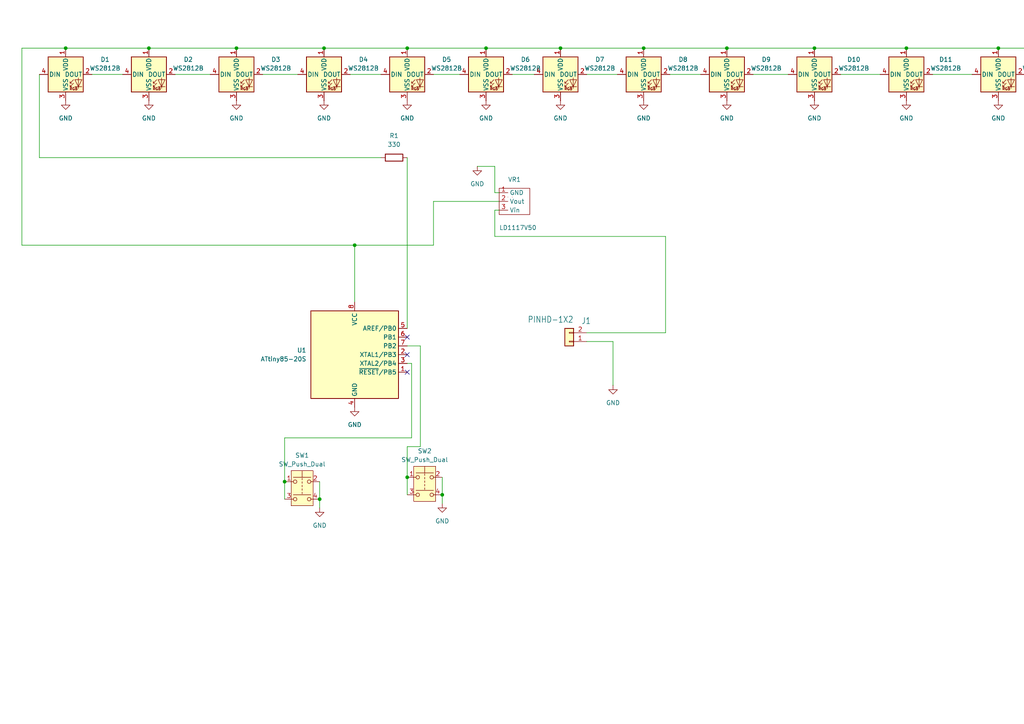
<source format=kicad_sch>
(kicad_sch (version 20231120) (generator "eeschema") (generator_version "8.0")
  (paper "A4")
  (lib_symbols
    (symbol "Connector_Generic:Conn_01x02" (pin_names (offset 1.016) hide)
      (property "Reference" "J" (at 0 2.54 0))
      (property "Value" "Conn_01x02" (at 0 -5.08 0))
      (symbol "Conn_01x02_1_1"
        (rectangle (start -1.27 -2.413) (end 0 -2.667) (stroke (width 0.1524)))
        (rectangle (start -1.27 0.127) (end 0 -0.127) (stroke (width 0.1524)))
        (rectangle (start -1.27 1.27) (end 1.27 -3.81) (stroke (width 0.254)) (fill (type background)))
        (pin passive line (at -5.08 0 0) (length 3.81) (name "Pin_1") (number "1"))
        (pin passive line (at -5.08 -2.54 0) (length 3.81) (name "Pin_2") (number "2"))
      )
    )
    (symbol "Device:R" (pin_numbers hide) (pin_names (offset 0))
      (property "Reference" "R" (at 2.032 0 90))
      (property "Value" "R" (at 0 0 90))
      (symbol "R_0_1"
        (rectangle (start -1.016 -2.54) (end 1.016 2.54) (stroke (width 0.254)))
      )
      (symbol "R_1_1"
        (pin passive line (at 0 3.81 270) (length 1.27) (name "~") (number "1"))
        (pin passive line (at 0 -3.81 90) (length 1.27) (name "~") (number "2"))
      )
    )
    (symbol "Hommemade:LD1117V50"
      (property "Reference" "VR" (at 0 -6.35 0))
      (property "Value" "LD1117V50" (at 0 7.62 0))
      (symbol "LD1117V50_0_1"
        (rectangle (start -3.81 5.08) (end 5.08 -2.54))
        (rectangle (start -1.27 2.54) (end -1.27 2.54))
        (rectangle (start 0 2.54) (end 0 2.54))
      )
      (symbol "LD1117V50_1_1"
        (pin input line (at -3.81 3.81 0) (length 2.54) (name "GND") (number "1"))
        (pin input line (at -3.81 1.27 0) (length 2.54) (name "Vout") (number "2"))
        (pin input line (at -3.81 -1.27 0) (length 2.54) (name "Vin") (number "3"))
      )
    )
    (symbol "LED:WS2812B" (pin_names (offset 0.254))
      (property "Reference" "D" (at 5.08 5.715 0))
      (property "Value" "WS2812B" (at 1.27 -5.715 0))
      (symbol "WS2812B_0_0"
        (text "RGB" (at 2.286 -4.191 0) (effects (font (size 0.762 0.762))))
      )
      (symbol "WS2812B_0_1"
        (polyline (pts (xy 1.27 -3.556) (xy 1.778 -3.556)))
        (polyline (pts (xy 1.27 -2.54) (xy 1.778 -2.54)))
        (polyline (pts (xy 4.699 -3.556) (xy 2.667 -3.556)))
        (polyline (pts (xy 2.286 -2.54) (xy 1.27 -3.556) (xy 1.27 -3.048)))
        (polyline (pts (xy 2.286 -1.524) (xy 1.27 -2.54) (xy 1.27 -2.032)))
        (polyline (pts (xy 3.683 -1.016) (xy 3.683 -3.556) (xy 3.683 -4.064)))
        (polyline (pts (xy 4.699 -1.524) (xy 2.667 -1.524) (xy 3.683 -3.556) (xy 4.699 -1.524)))
        (rectangle (start 5.08 5.08) (end -5.08 -5.08) (stroke (width 0.254)) (fill (type background)))
      )
      (symbol "WS2812B_1_1"
        (pin power_in line (at 0 7.62 270) (length 2.54) (name "VDD") (number "1"))
        (pin output line (at 7.62 0 180) (length 2.54) (name "DOUT") (number "2"))
        (pin power_in line (at 0 -7.62 90) (length 2.54) (name "VSS") (number "3"))
        (pin input line (at -7.62 0 0) (length 2.54) (name "DIN") (number "4"))
      )
    )
    (symbol "MCU_Microchip_ATtiny:ATtiny85-20S"
      (property "Reference" "U" (at -12.7 13.97 0))
      (property "Value" "ATtiny85-20S" (at 2.54 -13.97 0))
      (symbol "ATtiny85-20S_0_1"
        (rectangle (start -12.7 -12.7) (end 12.7 12.7) (stroke (width 0.254)) (fill (type background)))
      )
      (symbol "ATtiny85-20S_1_1"
        (pin bidirectional line (at 15.24 -5.08 180) (length 2.54) (name "~{RESET}/PB5") (number "1"))
        (pin bidirectional line (at 15.24 0 180) (length 2.54) (name "XTAL1/PB3") (number "2"))
        (pin bidirectional line (at 15.24 -2.54 180) (length 2.54) (name "XTAL2/PB4") (number "3"))
        (pin power_in line (at 0 -15.24 90) (length 2.54) (name "GND") (number "4"))
        (pin bidirectional line (at 15.24 7.62 180) (length 2.54) (name "AREF/PB0") (number "5"))
        (pin bidirectional line (at 15.24 5.08 180) (length 2.54) (name "PB1") (number "6"))
        (pin bidirectional line (at 15.24 2.54 180) (length 2.54) (name "PB2") (number "7"))
        (pin power_in line (at 0 15.24 270) (length 2.54) (name "VCC") (number "8"))
      )
    )
    (symbol "Switch:SW_Push_Dual" (pin_names (offset 1.016) hide)
      (property "Reference" "SW" (at 0 7.62 0))
      (property "Value" "SW_Push_Dual" (at 0 -6.35 0))
      (symbol "SW_Push_Dual_0_1"
        (circle (center -2.032 -2.54) (radius 0.508))
        (circle (center -2.032 2.54) (radius 0.508))
        (polyline (pts (xy 0 -0.508) (xy 0 -1.016)))
        (polyline (pts (xy 0 0.508) (xy 0 0)))
        (polyline (pts (xy 0 1.016) (xy 0 1.524)))
        (polyline (pts (xy 0 2.032) (xy 0 2.54)))
        (polyline (pts (xy 0 3.048) (xy 0 3.556)))
        (polyline (pts (xy 0 3.81) (xy 0 5.588)))
        (polyline (pts (xy 2.54 -1.27) (xy -2.54 -1.27)))
        (polyline (pts (xy 2.54 3.81) (xy -2.54 3.81)))
        (circle (center 2.032 -2.54) (radius 0.508))
        (circle (center 2.032 2.54) (radius 0.508))
        (pin passive line (at -5.08 2.54 0) (length 2.54) (name "1") (number "1"))
        (pin passive line (at 5.08 2.54 180) (length 2.54) (name "2") (number "2"))
        (pin passive line (at -5.08 -2.54 0) (length 2.54) (name "3") (number "3"))
        (pin passive line (at 5.08 -2.54 180) (length 2.54) (name "4") (number "4"))
      )
      (symbol "SW_Push_Dual_1_1"
        (rectangle (start -3.175 5.715) (end 3.175 -4.445) (fill (type background)))
      )
    )
    (symbol "power:GND" (power) (pin_numbers hide) (pin_names (offset 0) hide)
      (property "Value" "GND" (at 0 -3.81 0))
      (symbol "GND_0_1"
        (polyline (pts (xy 0 0) (xy 0 -1.27) (xy 1.27 -1.27) (xy 0 -2.54) (xy -1.27 -1.27) (xy 0 -1.27)))
      )
      (symbol "GND_1_1"
        (pin power_in line (at 0 0 270) (length 0) (name "~") (number "1"))
      )
    )
  )
  (junction (at 186.69 13.97))
  (junction (at 92.71 144.78))
  (junction (at 118.11 138.43))
  (junction (at 162.56 13.97))
  (junction (at 314.96 13.97))
  (junction (at 340.36 13.97))
  (junction (at 93.98 13.97))
  (junction (at 128.27 143.51))
  (junction (at 210.82 13.97))
  (junction (at 262.89 13.97))
  (junction (at 19.05 13.97))
  (junction (at 118.11 13.97))
  (junction (at 364.49 13.97))
  (junction (at 140.97 13.97))
  (junction (at 43.18 13.97))
  (junction (at 82.55 139.7))
  (junction (at 68.58 13.97))
  (junction (at 102.87 71.12))
  (junction (at 289.56 13.97))
  (junction (at 236.22 13.97))
  (no_connect (at 118.11 107.95))
  (no_connect (at 118.11 97.79))
  (no_connect (at 118.11 102.87))
  (no_connect (at 394.97 21.59))
  (wire (pts (xy 118.11 129.54) (xy 121.92 129.54)))
  (wire (pts (xy 170.18 96.52) (xy 193.04 96.52)))
  (wire (pts (xy 43.18 13.97) (xy 68.58 13.97)))
  (wire (pts (xy 92.71 144.78) (xy 92.71 147.32)))
  (wire (pts (xy 50.8 21.59) (xy 60.96 21.59)))
  (wire (pts (xy 138.43 48.26) (xy 143.51 48.26)))
  (wire (pts (xy 6.35 13.97) (xy 19.05 13.97)))
  (wire (pts (xy 125.73 21.59) (xy 133.35 21.59)))
  (wire (pts (xy 270.51 21.59) (xy 281.94 21.59)))
  (wire (pts (xy 121.92 100.33) (xy 118.11 100.33)))
  (wire (pts (xy 372.11 21.59) (xy 379.73 21.59)))
  (wire (pts (xy 101.6 21.59) (xy 110.49 21.59)))
  (wire (pts (xy 128.27 138.43) (xy 128.27 143.51)))
  (wire (pts (xy 121.92 129.54) (xy 121.92 100.33)))
  (wire (pts (xy 186.69 13.97) (xy 210.82 13.97)))
  (wire (pts (xy 19.05 13.97) (xy 43.18 13.97)))
  (wire (pts (xy 125.73 71.12) (xy 125.73 58.42)))
  (wire (pts (xy 289.56 13.97) (xy 314.96 13.97)))
  (wire (pts (xy 143.51 68.58) (xy 143.51 60.96)))
  (wire (pts (xy 347.98 21.59) (xy 356.87 21.59)))
  (wire (pts (xy 140.97 13.97) (xy 162.56 13.97)))
  (wire (pts (xy 82.55 127) (xy 82.55 139.7)))
  (wire (pts (xy 92.71 139.7) (xy 92.71 144.78)))
  (wire (pts (xy 76.2 21.59) (xy 86.36 21.59)))
  (wire (pts (xy 194.31 21.59) (xy 203.2 21.59)))
  (wire (pts (xy 143.51 48.26) (xy 143.51 55.88)))
  (wire (pts (xy 162.56 13.97) (xy 186.69 13.97)))
  (wire (pts (xy 143.51 55.88) (xy 144.78 55.88)))
  (wire (pts (xy 11.43 45.72) (xy 110.49 45.72)))
  (wire (pts (xy 93.98 13.97) (xy 118.11 13.97)))
  (wire (pts (xy 6.35 71.12) (xy 102.87 71.12)))
  (wire (pts (xy 26.67 21.59) (xy 35.56 21.59)))
  (wire (pts (xy 262.89 13.97) (xy 289.56 13.97)))
  (wire (pts (xy 340.36 13.97) (xy 364.49 13.97)))
  (wire (pts (xy 243.84 21.59) (xy 255.27 21.59)))
  (wire (pts (xy 322.58 21.59) (xy 332.74 21.59)))
  (wire (pts (xy 118.11 95.25) (xy 118.11 45.72)))
  (wire (pts (xy 118.11 129.54) (xy 118.11 138.43)))
  (wire (pts (xy 119.38 127) (xy 119.38 105.41)))
  (wire (pts (xy 102.87 71.12) (xy 125.73 71.12)))
  (wire (pts (xy 177.8 99.06) (xy 177.8 111.76)))
  (wire (pts (xy 125.73 58.42) (xy 144.78 58.42)))
  (wire (pts (xy 118.11 13.97) (xy 140.97 13.97)))
  (wire (pts (xy 82.55 127) (xy 119.38 127)))
  (wire (pts (xy 102.87 71.12) (xy 102.87 87.63)))
  (wire (pts (xy 236.22 13.97) (xy 262.89 13.97)))
  (wire (pts (xy 143.51 60.96) (xy 144.78 60.96)))
  (wire (pts (xy 170.18 21.59) (xy 179.07 21.59)))
  (wire (pts (xy 82.55 139.7) (xy 82.55 144.78)))
  (wire (pts (xy 297.18 21.59) (xy 307.34 21.59)))
  (wire (pts (xy 6.35 71.12) (xy 6.35 13.97)))
  (wire (pts (xy 170.18 99.06) (xy 177.8 99.06)))
  (wire (pts (xy 364.49 13.97) (xy 387.35 13.97)))
  (wire (pts (xy 11.43 45.72) (xy 11.43 21.59)))
  (wire (pts (xy 148.59 21.59) (xy 154.94 21.59)))
  (wire (pts (xy 210.82 13.97) (xy 236.22 13.97)))
  (wire (pts (xy 314.96 13.97) (xy 340.36 13.97)))
  (wire (pts (xy 143.51 68.58) (xy 193.04 68.58)))
  (wire (pts (xy 68.58 13.97) (xy 93.98 13.97)))
  (wire (pts (xy 218.44 21.59) (xy 228.6 21.59)))
  (wire (pts (xy 128.27 143.51) (xy 128.27 146.05)))
  (wire (pts (xy 118.11 138.43) (xy 118.11 143.51)))
  (wire (pts (xy 119.38 105.41) (xy 118.11 105.41)))
  (wire (pts (xy 193.04 96.52) (xy 193.04 68.58)))
  (symbol (lib_id "LED:WS2812B") (at 387.35 21.59 0) (unit 1)
    (property "Reference" "D16" (at 398.78 17.2593 0))
    (property "Value" "WS2812B" (at 398.78 19.7993 0))
    (property "Footprint" "case:LED_WS2812B_PLCC4_5.0x5.0mm_P3.2mm_modified" (effects (hide yes)))
    (property "Datasheet" "https://cdn-shop.adafruit.com/datasheets/WS2812B.pdf" (effects (hide yes)))
  )
  (symbol (lib_id "power:GND") (at 262.89 29.21 0) (unit 1)
    (property "Reference" "#PWR018" (effects (hide yes)))
    (property "Value" "GND" (at 262.89 34.29 0))
    (property "Description" "Power symbol creates a global label with name \"GND\" , ground" (effects (hide yes)))
  )
  (symbol (lib_id "power:GND") (at 364.49 29.21 0) (unit 1)
    (property "Reference" "#PWR022" (effects (hide yes)))
    (property "Value" "GND" (at 364.49 34.29 0))
    (property "Description" "Power symbol creates a global label with name \"GND\" , ground" (effects (hide yes)))
  )
  (symbol (lib_id "power:GND") (at 314.96 29.21 0) (unit 1)
    (property "Reference" "#PWR020" (effects (hide yes)))
    (property "Value" "GND" (at 314.96 34.29 0))
    (property "Description" "Power symbol creates a global label with name \"GND\" , ground" (effects (hide yes)))
  )
  (symbol (lib_id "LED:WS2812B") (at 118.11 21.59 0) (unit 1)
    (property "Reference" "D5" (at 129.54 17.2593 0))
    (property "Value" "WS2812B" (at 129.54 19.7993 0))
    (property "Footprint" "case:LED_WS2812B_PLCC4_5.0x5.0mm_P3.2mm_modified" (effects (hide yes)))
    (property "Datasheet" "https://cdn-shop.adafruit.com/datasheets/WS2812B.pdf" (effects (hide yes)))
  )
  (symbol (lib_id "LED:WS2812B") (at 262.89 21.59 0) (unit 1)
    (property "Reference" "D11" (at 274.32 17.2593 0))
    (property "Value" "WS2812B" (at 274.32 19.7993 0))
    (property "Footprint" "case:LED_WS2812B_PLCC4_5.0x5.0mm_P3.2mm_modified" (effects (hide yes)))
    (property "Datasheet" "https://cdn-shop.adafruit.com/datasheets/WS2812B.pdf" (effects (hide yes)))
  )
  (symbol (lib_id "power:GND") (at 162.56 29.21 0) (unit 1)
    (property "Reference" "#PWR013" (effects (hide yes)))
    (property "Value" "GND" (at 162.56 34.29 0))
    (property "Description" "Power symbol creates a global label with name \"GND\" , ground" (effects (hide yes)))
  )
  (symbol (lib_id "power:GND") (at 138.43 48.26 0) (unit 1)
    (property "Reference" "#PWR010" (effects (hide yes)))
    (property "Value" "GND" (at 138.43 53.34 0))
    (property "Description" "Power symbol creates a global label with name \"GND\" , ground" (effects (hide yes)))
  )
  (symbol (lib_id "power:GND") (at 102.87 118.11 0) (unit 1)
    (property "Reference" "#PWR06" (effects (hide yes)))
    (property "Value" "GND" (at 102.87 123.19 0))
    (property "Description" "Power symbol creates a global label with name \"GND\" , ground" (effects (hide yes)))
  )
  (symbol (lib_id "power:GND") (at 210.82 29.21 0) (unit 1)
    (property "Reference" "#PWR016" (effects (hide yes)))
    (property "Value" "GND" (at 210.82 34.29 0))
    (property "Description" "Power symbol creates a global label with name \"GND\" , ground" (effects (hide yes)))
  )
  (symbol (lib_id "Device:R") (at 114.3 45.72 90) (unit 1)
    (property "Reference" "R1" (at 114.3 39.37 90))
    (property "Value" "330" (at 114.3 41.91 90))
    (property "Footprint" "Resistor_SMD:R_0805_2012Metric_Pad1.20x1.40mm_HandSolder" (effects (hide yes)))
  )
  (symbol (lib_id "LED:WS2812B") (at 68.58 21.59 0) (unit 1)
    (property "Reference" "D3" (at 80.01 17.2593 0))
    (property "Value" "WS2812B" (at 80.01 19.7993 0))
    (property "Footprint" "case:LED_WS2812B_PLCC4_5.0x5.0mm_P3.2mm_modified" (effects (hide yes)))
    (property "Datasheet" "https://cdn-shop.adafruit.com/datasheets/WS2812B.pdf" (effects (hide yes)))
  )
  (symbol (lib_id "Switch:SW_Push_Dual") (at 123.19 140.97 0) (unit 1)
    (property "Reference" "SW2" (at 123.19 130.81 0))
    (property "Value" "SW_Push_Dual" (at 123.19 133.35 0))
    (property "Footprint" "Button_Switch_THT:SW_PUSH_6mm_H5mm" (effects (hide yes)))
    (property "Description" "Push button switch, generic, symbol, four pins" (effects (hide yes)))
  )
  (symbol (lib_id "power:GND") (at 43.18 29.21 0) (unit 1)
    (property "Reference" "#PWR02" (effects (hide yes)))
    (property "Value" "GND" (at 43.18 34.29 0))
    (property "Description" "Power symbol creates a global label with name \"GND\" , ground" (effects (hide yes)))
  )
  (symbol (lib_id "power:GND") (at 118.11 29.21 0) (unit 1)
    (property "Reference" "#PWR08" (effects (hide yes)))
    (property "Value" "GND" (at 118.11 34.29 0))
    (property "Description" "Power symbol creates a global label with name \"GND\" , ground" (effects (hide yes)))
  )
  (symbol (lib_id "power:GND") (at 68.58 29.21 0) (unit 1)
    (property "Reference" "#PWR03" (effects (hide yes)))
    (property "Value" "GND" (at 68.58 34.29 0))
    (property "Description" "Power symbol creates a global label with name \"GND\" , ground" (effects (hide yes)))
  )
  (symbol (lib_id "LED:WS2812B") (at 314.96 21.59 0) (unit 1)
    (property "Reference" "D13" (at 326.39 17.2593 0))
    (property "Value" "WS2812B" (at 326.39 19.7993 0))
    (property "Footprint" "case:LED_WS2812B_PLCC4_5.0x5.0mm_P3.2mm_modified" (effects (hide yes)))
    (property "Datasheet" "https://cdn-shop.adafruit.com/datasheets/WS2812B.pdf" (effects (hide yes)))
  )
  (symbol (lib_id "power:GND") (at 177.8 111.76 0) (unit 1)
    (property "Reference" "#PWR014" (effects (hide yes)))
    (property "Value" "GND" (at 177.8 116.84 0))
    (property "Description" "Power symbol creates a global label with name \"GND\" , ground" (effects (hide yes)))
  )
  (symbol (lib_id "MCU_Microchip_ATtiny:ATtiny85-20S") (at 102.87 102.87 0) (unit 1)
    (property "Reference" "U1" (at 88.9 101.5999 0) (effects (justify right)))
    (property "Value" "ATtiny85-20S" (at 88.9 104.1399 0) (effects (justify right)))
    (property "Footprint" "Package_SO:SOIC-8W_5.3x5.3mm_P1.27mm" (effects (hide yes)))
    (property "Datasheet" "http://ww1.microchip.com/downloads/en/DeviceDoc/atmel-2586-avr-8-bit-microcontroller-attiny25-attiny45-attiny85_datasheet.pdf" (effects (hide yes)))
  )
  (symbol (lib_id "LED:WS2812B") (at 19.05 21.59 0) (unit 1)
    (property "Reference" "D1" (at 30.48 17.2593 0))
    (property "Value" "WS2812B" (at 30.48 19.7993 0))
    (property "Footprint" "case:LED_WS2812B_PLCC4_5.0x5.0mm_P3.2mm_modified" (effects (hide yes)))
    (property "Datasheet" "https://cdn-shop.adafruit.com/datasheets/WS2812B.pdf" (effects (hide yes)))
  )
  (symbol (lib_id "LED:WS2812B") (at 289.56 21.59 0) (unit 1)
    (property "Reference" "D12" (at 300.99 17.2593 0))
    (property "Value" "WS2812B" (at 300.99 19.7993 0))
    (property "Footprint" "case:LED_WS2812B_PLCC4_5.0x5.0mm_P3.2mm_modified" (effects (hide yes)))
    (property "Datasheet" "https://cdn-shop.adafruit.com/datasheets/WS2812B.pdf" (effects (hide yes)))
  )
  (symbol (lib_id "power:GND") (at 186.69 29.21 0) (unit 1)
    (property "Reference" "#PWR015" (effects (hide yes)))
    (property "Value" "GND" (at 186.69 34.29 0))
    (property "Description" "Power symbol creates a global label with name \"GND\" , ground" (effects (hide yes)))
  )
  (symbol (lib_id "LED:WS2812B") (at 236.22 21.59 0) (unit 1)
    (property "Reference" "D10" (at 247.65 17.2593 0))
    (property "Value" "WS2812B" (at 247.65 19.7993 0))
    (property "Footprint" "case:LED_WS2812B_PLCC4_5.0x5.0mm_P3.2mm_modified" (effects (hide yes)))
    (property "Datasheet" "https://cdn-shop.adafruit.com/datasheets/WS2812B.pdf" (effects (hide yes)))
  )
  (symbol (lib_id "LED:WS2812B") (at 186.69 21.59 0) (unit 1)
    (property "Reference" "D8" (at 198.12 17.2593 0))
    (property "Value" "WS2812B" (at 198.12 19.7993 0))
    (property "Footprint" "case:LED_WS2812B_PLCC4_5.0x5.0mm_P3.2mm_modified" (effects (hide yes)))
    (property "Datasheet" "https://cdn-shop.adafruit.com/datasheets/WS2812B.pdf" (effects (hide yes)))
  )
  (symbol (lib_id "LED:WS2812B") (at 162.56 21.59 0) (unit 1)
    (property "Reference" "D7" (at 173.99 17.2593 0))
    (property "Value" "WS2812B" (at 173.99 19.7993 0))
    (property "Footprint" "case:LED_WS2812B_PLCC4_5.0x5.0mm_P3.2mm_modified" (effects (hide yes)))
    (property "Datasheet" "https://cdn-shop.adafruit.com/datasheets/WS2812B.pdf" (effects (hide yes)))
  )
  (symbol (lib_id "power:GND") (at 289.56 29.21 0) (unit 1)
    (property "Reference" "#PWR019" (effects (hide yes)))
    (property "Value" "GND" (at 289.56 34.29 0))
    (property "Description" "Power symbol creates a global label with name \"GND\" , ground" (effects (hide yes)))
  )
  (symbol (lib_id "Connector_Generic:Conn_01x02") (at 165.1 99.06 180) (unit 1)
    (property "Reference" "J1" (at 171.45 92.075 0) (effects (font (size 1.778 1.5113)) (justify left bottom)))
    (property "Value" "PINHD-1X2" (at 166.37 91.694 0) (effects (font (size 1.778 1.5113)) (justify left bottom)))
    (property "Footprint" "Connector_PinHeader_2.54mm:PinHeader_1x02_P2.54mm_Vertical" (effects (hide yes)))
    (property "Description" "Generic connector, single row, 01x02, script generated (kicad-library-utils/schlib/autogen/connector/)" (effects (hide yes)))
  )
  (symbol (lib_id "LED:WS2812B") (at 93.98 21.59 0) (unit 1)
    (property "Reference" "D4" (at 105.41 17.2593 0))
    (property "Value" "WS2812B" (at 105.41 19.7993 0))
    (property "Footprint" "case:LED_WS2812B_PLCC4_5.0x5.0mm_P3.2mm_modified" (effects (hide yes)))
    (property "Datasheet" "https://cdn-shop.adafruit.com/datasheets/WS2812B.pdf" (effects (hide yes)))
  )
  (symbol (lib_id "LED:WS2812B") (at 340.36 21.59 0) (unit 1)
    (property "Reference" "D14" (at 351.79 17.2593 0))
    (property "Value" "WS2812B" (at 351.79 19.7993 0))
    (property "Footprint" "case:LED_WS2812B_PLCC4_5.0x5.0mm_P3.2mm_modified" (effects (hide yes)))
    (property "Datasheet" "https://cdn-shop.adafruit.com/datasheets/WS2812B.pdf" (effects (hide yes)))
  )
  (symbol (lib_id "power:GND") (at 340.36 29.21 0) (unit 1)
    (property "Reference" "#PWR021" (effects (hide yes)))
    (property "Value" "GND" (at 340.36 34.29 0))
    (property "Description" "Power symbol creates a global label with name \"GND\" , ground" (effects (hide yes)))
  )
  (symbol (lib_id "LED:WS2812B") (at 210.82 21.59 0) (unit 1)
    (property "Reference" "D9" (at 222.25 17.2593 0))
    (property "Value" "WS2812B" (at 222.25 19.7993 0))
    (property "Footprint" "case:LED_WS2812B_PLCC4_5.0x5.0mm_P3.2mm_modified" (effects (hide yes)))
    (property "Datasheet" "https://cdn-shop.adafruit.com/datasheets/WS2812B.pdf" (effects (hide yes)))
  )
  (symbol (lib_id "power:GND") (at 19.05 29.21 0) (unit 1)
    (property "Reference" "#PWR01" (effects (hide yes)))
    (property "Value" "GND" (at 19.05 34.29 0))
    (property "Description" "Power symbol creates a global label with name \"GND\" , ground" (effects (hide yes)))
  )
  (symbol (lib_id "Hommemade:LD1117V50") (at 148.59 59.69 0) (unit 1)
    (property "Reference" "VR1" (at 147.32 52.07 0) (effects (justify left)))
    (property "Value" "LD1117V50" (at 144.78 66.04 0) (effects (justify left)))
    (property "Footprint" "Package_TO_SOT_THT:TO-220-3_Horizontal_TabDown" (effects (hide yes)))
  )
  (symbol (lib_id "power:GND") (at 93.98 29.21 0) (unit 1)
    (property "Reference" "#PWR05" (effects (hide yes)))
    (property "Value" "GND" (at 93.98 34.29 0))
    (property "Description" "Power symbol creates a global label with name \"GND\" , ground" (effects (hide yes)))
  )
  (symbol (lib_id "Switch:SW_Push_Dual") (at 87.63 142.24 0) (unit 1)
    (property "Reference" "SW1" (at 87.63 132.08 0))
    (property "Value" "SW_Push_Dual" (at 87.63 134.62 0))
    (property "Footprint" "Button_Switch_THT:SW_PUSH_6mm_H5mm" (effects (hide yes)))
    (property "Description" "Push button switch, generic, symbol, four pins" (effects (hide yes)))
  )
  (symbol (lib_id "power:GND") (at 128.27 146.05 0) (unit 1)
    (property "Reference" "#PWR09" (effects (hide yes)))
    (property "Value" "GND" (at 128.27 151.13 0))
    (property "Description" "Power symbol creates a global label with name \"GND\" , ground" (effects (hide yes)))
  )
  (symbol (lib_id "LED:WS2812B") (at 43.18 21.59 0) (unit 1)
    (property "Reference" "D2" (at 54.61 17.2593 0))
    (property "Value" "WS2812B" (at 54.61 19.7993 0))
    (property "Footprint" "case:LED_WS2812B_PLCC4_5.0x5.0mm_P3.2mm_modified" (effects (hide yes)))
    (property "Datasheet" "https://cdn-shop.adafruit.com/datasheets/WS2812B.pdf" (effects (hide yes)))
  )
  (symbol (lib_id "power:GND") (at 236.22 29.21 0) (unit 1)
    (property "Reference" "#PWR017" (effects (hide yes)))
    (property "Value" "GND" (at 236.22 34.29 0))
    (property "Description" "Power symbol creates a global label with name \"GND\" , ground" (effects (hide yes)))
  )
  (symbol (lib_id "power:GND") (at 92.71 147.32 0) (unit 1)
    (property "Reference" "#PWR04" (effects (hide yes)))
    (property "Value" "GND" (at 92.71 152.4 0))
    (property "Description" "Power symbol creates a global label with name \"GND\" , ground" (effects (hide yes)))
  )
  (symbol (lib_id "LED:WS2812B") (at 364.49 21.59 0) (unit 1)
    (property "Reference" "D15" (at 375.92 17.2593 0))
    (property "Value" "WS2812B" (at 375.92 19.7993 0))
    (property "Footprint" "case:LED_WS2812B_PLCC4_5.0x5.0mm_P3.2mm_modified" (effects (hide yes)))
    (property "Datasheet" "https://cdn-shop.adafruit.com/datasheets/WS2812B.pdf" (effects (hide yes)))
  )
  (symbol (lib_id "LED:WS2812B") (at 140.97 21.59 0) (unit 1)
    (property "Reference" "D6" (at 152.4 17.2593 0))
    (property "Value" "WS2812B" (at 152.4 19.7993 0))
    (property "Footprint" "case:LED_WS2812B_PLCC4_5.0x5.0mm_P3.2mm_modified" (effects (hide yes)))
    (property "Datasheet" "https://cdn-shop.adafruit.com/datasheets/WS2812B.pdf" (effects (hide yes)))
  )
  (symbol (lib_id "power:GND") (at 387.35 29.21 0) (unit 1)
    (property "Reference" "#PWR023" (effects (hide yes)))
    (property "Value" "GND" (at 387.35 34.29 0))
    (property "Description" "Power symbol creates a global label with name \"GND\" , ground" (effects (hide yes)))
  )
  (symbol (lib_id "power:GND") (at 140.97 29.21 0) (unit 1)
    (property "Reference" "#PWR011" (effects (hide yes)))
    (property "Value" "GND" (at 140.97 34.29 0))
    (property "Description" "Power symbol creates a global label with name \"GND\" , ground" (effects (hide yes)))
  )
)
</source>
